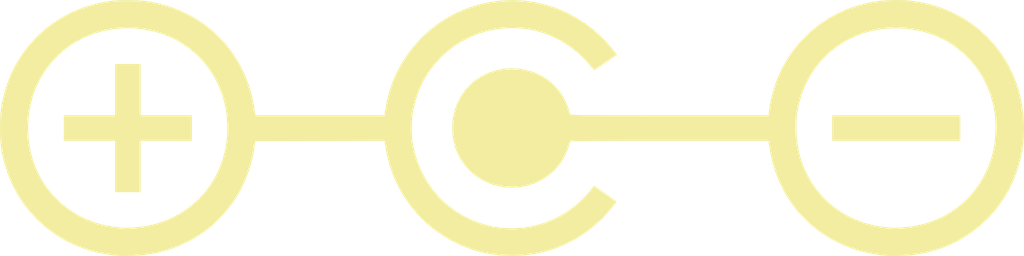
<source format=kicad_pcb>
(kicad_pcb (version 20240108) (generator pcbnew)
  (layers (0 "F.Cu" signal) (31 "B.Cu" signal) (34 "B.Paste" user) (35 "F.Paste" user) (36 "B.SilkS" user "B.Silkscreen") (37 "F.SilkS" user "F.Silkscreen") (38 "B.Mask" user) (39 "F.Mask" user) (44 "Edge.Cuts" user))
  (net 0 "")
  (footprint "Polarity_Center_Negative_40mm_SilkScreen" (layer "F.Cu") (at 0 0)
    (property "Reference" "REF**")
    (property "Value" "Polarity_Center_Negative_40mm_SilkScreen")
    (fp_poly (pts (xy 69.954098 1.998688) (xy 49.967213 1.998688) (xy 49.967213 -1.998689) (xy 69.954098 -1.998689) (xy 69.954098 1.998688)) (layer "F.SilkS") (stroke (width 0.01)) (fill solid))
    (fp_poly (pts (xy -57.878689 -1.998689) (xy -49.883935 -1.998689) (xy -49.883935 1.998688) (xy -57.878689 1.998688) (xy -57.878689 9.993442) (xy -61.876066 9.993442) (xy -61.876066 1.998688) (xy -69.87082 1.998688) (xy -69.87082 -1.998689) (xy -61.876066 -1.998689) (xy -61.876066 -9.993443) (xy -57.878689 -9.993443) (xy -57.878689 -1.998689)) (layer "F.SilkS") (stroke (width 0.01)) (fill solid))
    (fp_poly (pts (xy 60.764625 -19.965869) (xy 61.48763 -19.937991) (xy 61.840351 -19.911648) (xy 63.6165 -19.669626) (xy 65.359634 -19.276818) (xy 67.054864 -18.739284) (xy 68.6873 -18.063082) (xy 70.242055 -17.25427) (xy 71.704238 -16.318905) (xy 72.868852 -15.424141) (xy 74.187652 -14.215173) (xy 75.382707 -12.897458) (xy 76.448855 -11.479203) (xy 77.380935 -9.968618) (xy 78.173787 -8.373912) (xy 78.82225 -6.703294) (xy 79.241191 -5.288103) (xy 79.597256 -3.600816) (xy 79.817167 -1.866846) (xy 79.900317 -0.115729) (xy 79.846097 1.622998) (xy 79.653899 3.3198) (xy 79.441547 4.446057) (xy 78.966048 6.225979) (xy 78.347357 7.928819) (xy 77.589645 9.548373) (xy 76.697085 11.078438) (xy 75.673848 12.51281) (xy 74.524107 13.845285) (xy 73.252032 15.06966) (xy 71.861797 16.179732) (xy 71.275304 16.589191) (xy 69.740091 17.522144) (xy 68.137414 18.304425) (xy 66.463788 18.937363) (xy 64.715725 19.42229) (xy 63.018084 19.741915) (xy 62.591296 19.794295) (xy 62.06418 19.842376) (xy 61.472094 19.884566) (xy 60.850394 19.919275) (xy 60.23444 19.944911) (xy 59.659588 19.959882) (xy 59.161196 19.962596) (xy 58.774622 19.951462) (xy 58.628197 19.93952) (xy 58.421483 19.916753) (xy 58.100184 19.882222) (xy 57.715375 19.841392) (xy 57.462295 19.814786) (xy 55.816668 19.562797) (xy 54.16876 19.156198) (xy 52.542332 18.604886) (xy 50.961145 17.918758) (xy 49.44896 17.107714) (xy 48.029538 16.181651) (xy 47.177377 15.530426) (xy 46.633939 15.062933) (xy 46.038742 14.508136) (xy 45.436814 13.910897) (xy 44.873182 13.316073) (xy 44.392876 12.768524) (xy 44.336322 12.7) (xy 43.364081 11.38603) (xy 42.497065 9.955984) (xy 41.743606 8.429261) (xy 41.112039 6.82526) (xy 40.610696 5.16338) (xy 40.24791 3.46302) (xy 40.177579 3.018852) (xy 40.027643 1.998688) (xy 24.591535 1.998688) (xy 22.640931 1.99889) (xy 20.85086 1.999521) (xy 19.215297 2.000623) (xy 17.728219 2.002235) (xy 16.383602 2.0044) (xy 15.17542 2.007156) (xy 14.097651 2.010545) (xy 13.14427 2.014607) (xy 12.309253 2.019383) (xy 11.586576 2.024913) (xy 10.970214 2.031238) (xy 10.454144 2.038398) (xy 10.032342 2.046434) (xy 9.698783 2.055386) (xy 9.447443 2.065296) (xy 9.272298 2.076203) (xy 9.167324 2.088148) (xy 9.126497 2.101172) (xy 9.125629 2.102787) (xy 8.789801 3.155311) (xy 8.418462 4.072305) (xy 7.995177 4.883701) (xy 7.503514 5.619428) (xy 6.927038 6.30942) (xy 6.666311 6.582051) (xy 5.770391 7.373118) (xy 4.793926 8.028436) (xy 3.752116 8.547983) (xy 2.660158 8.931735) (xy 1.533251 9.179673) (xy 0.386591 9.291773) (xy -0.764621 9.268013) (xy -1.90519 9.108373) (xy -3.019915 8.81283) (xy -4.0936 8.381363) (xy -5.111046 7.813949) (xy -6.057056 7.110566) (xy -6.606042 6.601129) (xy -7.414136 5.684221) (xy -8.068579 4.717476) (xy -8.578489 3.686376) (xy -8.786103 3.130244) (xy -9.107899 1.92776) (xy -9.274959 0.716325) (xy -9.284354 0.028767) (xy 44.387541 0.028767) (xy 44.458286 1.639776) (xy 44.673118 3.178365) (xy 45.035933 4.662043) (xy 45.550628 6.108322) (xy 45.928362 6.95377) (xy 46.679322 8.328588) (xy 47.557695 9.601808) (xy 48.554682 10.767686) (xy 49.661483 11.820476) (xy 50.869299 12.754435) (xy 52.16933 13.563816) (xy 53.552779 14.242875) (xy 55.010844 14.785866) (xy 56.534728 15.187046) (xy 58.115631 15.440668) (xy 59.04459 15.517318) (xy 59.344905 15.534303) (xy 59.607245 15.550154) (xy 59.710819 15.556978) (xy 59.869061 15.55655) (xy 60.155569 15.545037) (xy 60.532557 15.524331) (xy 60.962241 15.496323) (xy 61.057553 15.489552) (xy 62.692468 15.293036) (xy 64.261265 14.947648) (xy 65.757151 14.459282) (xy 67.173333 13.833835) (xy 68.503019 13.077201) (xy 69.739416 12.195275) (xy 70.875733 11.193952) (xy 71.905175 10.079128) (xy 72.820951 8.856698) (xy 73.616268 7.532556) (xy 74.284333 6.112598) (xy 74.818354 4.602719) (xy 75.162894 3.247869) (xy 75.268365 2.62284) (xy 75.351547 1.878902) (xy 75.410592 1.062441) (xy 75.443646 0.219846) (xy 75.448859 -0.602494) (xy 75.424379 -1.358191) (xy 75.3714 -1.976477) (xy 75.0922 -3.606679) (xy 74.666151 -5.16155) (xy 74.095891 -6.636762) (xy 73.384055 -8.027989) (xy 72.533282 -9.330904) (xy 71.546207 -10.54118) (xy 70.425468 -11.65449) (xy 69.173702 -12.666507) (xy 68.621639 -13.052207) (xy 67.347926 -13.806465) (xy 65.985331 -14.43019) (xy 64.551074 -14.921236) (xy 63.062376 -15.27746) (xy 61.536455 -15.496718) (xy 59.990531 -15.576866) (xy 58.441825 -15.515758) (xy 56.907555 -15.311252) (xy 55.404941 -14.961203) (xy 54.797377 -14.773574) (xy 53.317665 -14.197124) (xy 51.92789 -13.484421) (xy 50.634334 -12.643241) (xy 49.443279 -11.681357) (xy 48.36101 -10.606542) (xy 47.393807 -9.426572) (xy 46.547954 -8.149219) (xy 45.829733 -6.782257) (xy 45.245426 -5.333461) (xy 44.801317 -3.810603) (xy 44.503688 -2.221459) (xy 44.4749 -2.000874) (xy 44.44352 -1.658564) (xy 44.417139 -1.201501) (xy 44.397986 -0.681464) (xy 44.388288 -0.150234) (xy 44.387541 0.028767) (xy -9.284354 0.028767) (xy -9.291439 -0.48972) (xy -9.161499 -1.67603) (xy -8.889298 -2.828262) (xy -8.478994 -3.932074) (xy -7.934746 -4.97312) (xy -7.260713 -5.937059) (xy -6.461053 -6.809547) (xy -5.720835 -7.441861) (xy -4.7203 -8.102858) (xy -3.64804 -8.622347) (xy -2.520853 -8.999908) (xy -1.355531 -9.235122) (xy -0.168872 -9.327567) (xy 1.022331 -9.276825) (xy 2.201281 -9.082474) (xy 3.351183 -8.744096) (xy 4.455243 -8.261269) (xy 5.371475 -7.719307) (xy 5.646486 -7.51515) (xy 5.98673 -7.234637) (xy 6.341294 -6.920786) (xy 6.557614 -6.717061) (xy 7.277767 -5.938337) (xy 7.883272 -5.103285) (xy 8.388235 -4.186582) (xy 8.806762 -3.162908) (xy 9.128142 -2.102787) (xy 9.161434 -2.089637) (xy 9.25814 -2.077569) (xy 9.424283 -2.066544) (xy 9.665886 -2.05652) (xy 9.988971 -2.047458) (xy 10.399562 -2.039317) (xy 10.90368 -2.032056) (xy 11.50735 -2.025635) (xy 12.216593 -2.020012) (xy 13.037432 -2.015149) (xy 13.975891 -2.011004) (xy 15.037991 -2.007536) (xy 16.229757 -2.004706) (xy 17.55721 -2.002472) (xy 19.026373 -2.000794) (xy 20.64327 -1.999632) (xy 22.413922 -1.998945) (xy 24.344353 -1.998692) (xy 24.598062 -1.998689) (xy 40.040695 -1.998689) (xy 40.097839 -2.519181) (xy 40.250474 -3.563519) (xy 40.481642 -4.684768) (xy 40.775881 -5.822333) (xy 41.117732 -6.915624) (xy 41.439798 -7.778613) (xy 42.196785 -9.41979) (xy 43.085911 -10.963899) (xy 44.100287 -12.405593) (xy 45.233026 -13.739529) (xy 46.477239 -14.960358) (xy 47.826038 -16.062736) (xy 49.272534 -17.041315) (xy 50.80984 -17.890751) (xy 52.431068 -18.605697) (xy 54.129329 -19.180808) (xy 55.897735 -19.610736) (xy 56.909925 -19.785175) (xy 57.547641 -19.859754) (xy 58.301523 -19.916384) (xy 59.122018 -19.953794) (xy 59.95957 -19.970712) (xy 60.764625 -19.965869)) (layer "F.SilkS") (stroke (width 0.01)) (fill solid))
    (fp_poly (pts (xy 1.882611 -19.876328) (xy 3.625566 -19.637164) (xy 5.345527 -19.240271) (xy 6.703934 -18.805642) (xy 8.398875 -18.104997) (xy 10.016683 -17.25879) (xy 11.549348 -16.272996) (xy 12.988858 -15.153591) (xy 14.327202 -13.90655) (xy 15.55637 -12.537848) (xy 16.183033 -11.73529) (xy 16.404597 -11.436808) (xy 14.679928 -10.236273) (xy 14.204957 -9.908239) (xy 13.772326 -9.614373) (xy 13.401526 -9.367518) (xy 13.112049 -9.180518) (xy 12.923388 -9.066215) (xy 12.857809 -9.035738) (xy 12.761768 -9.097943) (xy 12.604284 -9.260892) (xy 12.422498 -9.48539) (xy 11.476206 -10.611187) (xy 10.399658 -11.652558) (xy 9.212761 -12.597135) (xy 7.935423 -13.432549) (xy 6.587551 -14.146432) (xy 5.189052 -14.726417) (xy 3.759833 -15.160136) (xy 3.03134 -15.31992) (xy 1.437421 -15.541662) (xy -0.152342 -15.602236) (xy -1.726636 -15.505066) (xy -3.274148 -15.253576) (xy -4.783563 -14.851187) (xy -6.243568 -14.301324) (xy -7.64285 -13.607409) (xy -8.970095 -12.772866) (xy -10.213989 -11.801117) (xy -10.993683 -11.076437) (xy -12.091566 -9.87069) (xy -13.043209 -8.585523) (xy -13.848917 -7.220328) (xy -14.508997 -5.7745) (xy -15.023757 -4.247432) (xy -15.393503 -2.638516) (xy -15.45938 -2.248497) (xy -15.534523 -1.60687) (xy -15.580399 -0.855799) (xy -15.596989 -0.048774) (xy -15.584272 0.76072) (xy -15.542228 1.519195) (xy -15.470837 2.173162) (xy -15.461076 2.237156) (xy -15.12745 3.844573) (xy -14.64705 5.386489) (xy -14.025209 6.854459) (xy -13.267258 8.240037) (xy -12.378529 9.534781) (xy -11.364355 10.730244) (xy -10.230066 11.817984) (xy -8.980994 12.789554) (xy -8.660984 13.006985) (xy -7.271834 13.828887) (xy -5.825243 14.4994) (xy -4.332415 15.016991) (xy -2.804556 15.380124) (xy -1.252872 15.587266) (xy 0.311431 15.636883) (xy 1.877149 15.52744) (xy 3.433076 15.257403) (xy 4.866562 14.859121) (xy 6.374845 14.275026) (xy 7.804826 13.546888) (xy 9.147321 12.681075) (xy 10.39315 11.683952) (xy 11.533129 10.561887) (xy 12.218938 9.761144) (xy 12.837529 8.987534) (xy 13.226797 9.26589) (xy 13.41893 9.40177) (xy 13.718708 9.611938) (xy 14.096806 9.875917) (xy 14.523898 10.173233) (xy 14.969344 10.482502) (xy 15.383652 10.772235) (xy 15.746695 11.030867) (xy 16.037745 11.24324) (xy 16.236074 11.394191) (xy 16.320954 11.468562) (xy 16.322623 11.472284) (xy 16.269432 11.585241) (xy 16.122383 11.798232) (xy 15.90026 12.0886) (xy 15.621844 12.433689) (xy 15.305921 12.810842) (xy 14.971273 13.197401) (xy 14.636685 13.570711) (xy 14.320939 13.908113) (xy 14.202568 14.029518) (xy 12.85251 15.279283) (xy 11.41878 16.386719) (xy 9.907773 17.349152) (xy 8.325882 18.163906) (xy 6.679503 18.828309) (xy 4.975031 19.339684) (xy 3.21886 19.695356) (xy 1.417385 19.892653) (xy 0.083278 19.935137) (xy -1.614007 19.87629) (xy -3.219771 19.696155) (xy -4.763589 19.387801) (xy -6.275034 18.944295) (xy -7.783683 18.358704) (xy -8.93128 17.822021) (xy -10.511108 16.940104) (xy -11.995812 15.924077) (xy -13.377728 14.781545) (xy -14.649192 13.520108) (xy -15.802542 12.147371) (xy -16.830112 10.670936) (xy -17.72391 9.099055) (xy -18.472916 7.463724) (xy -19.06221 5.804312) (xy -19.498605 4.100049) (xy -19.672107 3.159855) (xy -19.858867 1.998026) (xy -29.937138 2.019177) (xy -40.01541 2.040328) (xy -40.07834 2.623278) (xy -40.296329 4.034638) (xy -40.643906 5.490701) (xy -41.107039 6.951823) (xy -41.671699 8.378358) (xy -42.323852 9.730661) (xy -43.011034 10.909508) (xy -43.65817 11.845275) (xy -44.399002 12.79136) (xy -45.200239 13.710535) (xy -46.028589 14.565576) (xy -46.850761 15.319256) (xy -47.243048 15.641669) (xy -48.735458 16.714805) (xy -50.292466 17.634441) (xy -51.913772 18.400472) (xy -53.599074 19.012791) (xy -55.348072 19.471293) (xy -57.160465 19.775871) (xy -59.035954 19.926419) (xy -59.419344 19.938052) (xy -59.928085 19.947101) (xy -60.402192 19.951405) (xy -60.807033 19.950963) (xy -61.107974 19.945774) (xy -61.251476 19.938121) (xy -62.380505 19.811319) (xy -63.385051 19.665658) (xy -64.306849 19.492847) (xy -65.187637 19.284595) (xy -66.069152 19.03261) (xy -66.498033 18.895909) (xy -68.156808 18.265582) (xy -69.734884 17.493472) (xy -71.225335 16.587121) (xy -72.621237 15.554074) (xy -73.915664 14.401874) (xy -75.101693 13.138066) (xy -76.172397 11.770191) (xy -77.120853 10.305795) (xy -77.940134 8.75242) (xy -78.623318 7.117611) (xy -79.163477 5.408911) (xy -79.273422 4.979017) (xy -79.44492 4.242521) (xy -79.577907 3.581535) (xy -79.676801 2.955785) (xy -79.746023 2.324995) (xy -79.789994 1.64889) (xy -79.813134 0.887195) (xy -79.819861 0) (xy -79.819545 -0.04164) (xy -75.450492 -0.04164) (xy -75.373081 1.61266) (xy -75.142328 3.215906) (xy -74.760451 4.761229) (xy -74.229669 6.241761) (xy -73.552199 7.650636) (xy -72.730261 8.980984) (xy -72.379332 9.466054) (xy -71.371673 10.665263) (xy -70.251603 11.746738) (xy -69.030172 12.704548) (xy -67.718428 13.53276) (xy -66.327419 14.22544) (xy -64.868195 14.776658) (xy -63.351803 15.18048) (xy -61.789293 15.430973) (xy -61.168197 15.485934) (xy -60.778773 15.512592) (xy -60.438463 15.535908) (xy -60.189383 15.552993) (xy -60.085574 15.560136) (xy -59.944206 15.558531) (xy -59.672451 15.546121) (xy -59.305992 15.524847) (xy -58.880512 15.496649) (xy -58.757773 15.487929) (xy -57.138718 15.292495) (xy -55.58383 14.948568) (xy -54.10004 14.463082) (xy -52.694278 13.84297) (xy -51.373476 13.095165) (xy -50.144564 12.226601) (xy -49.014473 11.24421) (xy -47.990135 10.154927) (xy -47.07848 8.965684) (xy -46.28644 7.683415) (xy -45.620945 6.315053) (xy -45.088926 4.867531) (xy -44.697314 3.347783) (xy -44.45304 1.762742) (xy -44.398936 1.124262) (xy -44.368008 -0.525072) (xy -44.490451 -2.133032) (xy -44.761687 -3.69137) (xy -45.177137 -5.191837) (xy -45.732224 -6.626184) (xy -46.422369 -7.986162) (xy -47.242993 -9.263521) (xy -48.189518 -10.450014) (xy -49.257365 -11.537391) (xy -50.441957 -12.517403) (xy -51.738714 -13.381801) (xy -52.758789 -13.937677) (xy -54.208307 -14.566873) (xy -55.714157 -15.045577) (xy -57.261078 -15.373689) (xy -58.833815 -15.551103) (xy -60.417108 -15.577718) (xy -61.995699 -15.453431) (xy -63.554332 -15.178138) (xy -65.077747 -14.751737) (xy -66.550687 -14.174125) (xy -66.853861 -14.032791) (xy -68.242113 -13.277373) (xy -69.524222 -12.397827) (xy -70.695111 -11.402417) (xy -71.749704 -10.299404) (xy -72.682924 -9.097051) (xy -73.489695 -7.80362) (xy -74.164939 -6.427375) (xy -74.70358 -4.976576) (xy -75.100542 -3.459486) (xy -75.350748 -1.884368) (xy -75.44912 -0.259484) (xy -75.450492 -0.04164) (xy -79.819545 -0.04164) (xy -79.813121 -0.886388) (xy -79.79006 -1.647226) (xy -79.746418 -2.323086) (xy -79.677937 -2.954538) (xy -79.580356 -3.582153) (xy -79.449417 -4.246503) (xy -79.308375 -4.871804) (xy -78.817426 -6.606328) (xy -78.181185 -8.266301) (xy -77.406503 -9.844948) (xy -76.500232 -11.335497) (xy -75.469221 -12.731175) (xy -74.320322 -14.025208) (xy -73.060386 -15.210825) (xy -71.696263 -16.281252) (xy -70.234805 -17.229715) (xy -68.682861 -18.049443) (xy -67.047283 -18.733663) (xy -65.334922 -19.2756) (xy -64.540984 -19.471282) (xy -63.856691 -19.619199) (xy -63.251045 -19.733681) (xy -62.684585 -19.818686) (xy -62.117849 -19.87817) (xy -61.511375 -19.916091) (xy -60.825702 -19.936406) (xy -60.021368 -19.943071) (xy -59.835738 -19.943109) (xy -58.943696 -19.935028) (xy -58.17618 -19.909497) (xy -57.491675 -19.862135) (xy -56.848663 -19.78856) (xy -56.205628 -19.68439) (xy -55.521051 -19.545242) (xy -55.052253 -19.438237) (xy -53.426176 -18.977685) (xy -51.824823 -18.372688) (xy -50.277509 -17.637094) (xy -48.813547 -16.78475) (xy -47.539588 -15.889445) (xy -46.933587 -15.39316) (xy -46.281381 -14.808348) (xy -45.626163 -14.177036) (xy -45.011121 -13.541255) (xy -44.479446 -12.943034) (xy -44.347589 -12.783279) (xy -43.346704 -11.422844) (xy -42.45715 -9.961773) (xy -41.689036 -8.423376) (xy -41.052468 -6.830968) (xy -40.557553 -5.207859) (xy -40.214399 -3.577364) (xy -40.141372 -3.081312) (xy -40.0937 -2.732327) (xy -40.049318 -2.428218) (xy -40.015949 -2.221318) (xy -40.009248 -2.186066) (xy -39.970597 -1.998689) (xy -19.820328 -1.998689) (xy -19.820328 -2.196099) (xy -19.80281 -2.411155) (xy -19.75483 -2.751539) (xy -19.683252 -3.180258) (xy -19.594936 -3.660317) (xy -19.496745 -4.154724) (xy -19.395541 -4.626485) (xy -19.298187 -5.038606) (xy -19.279478 -5.111788) (xy -18.767372 -6.757236) (xy -18.100614 -8.362781) (xy -17.289119 -9.914177) (xy -16.342803 -11.397182) (xy -15.271582 -12.79755) (xy -14.085373 -14.101039) (xy -12.794092 -15.293404) (xy -11.487832 -16.304071) (xy -9.981221 -17.268938) (xy -8.404205 -18.088921) (xy -6.768458 -18.762413) (xy -5.085655 -19.287809) (xy -3.367472 -19.663504) (xy -1.625583 -19.887893) (xy 0.128336 -19.959369) (xy 1.882611 -19.876328)) (layer "F.SilkS") (stroke (width 0.01)) (fill solid))
  )
)
</source>
